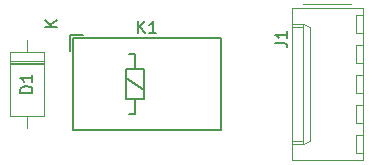
<source format=gbr>
%TF.GenerationSoftware,KiCad,Pcbnew,(6.0.6)*%
%TF.CreationDate,2022-08-11T14:40:49-05:00*%
%TF.ProjectId,RelayHK4100F,52656c61-7948-44b3-9431-3030462e6b69,rev?*%
%TF.SameCoordinates,Original*%
%TF.FileFunction,Legend,Top*%
%TF.FilePolarity,Positive*%
%FSLAX46Y46*%
G04 Gerber Fmt 4.6, Leading zero omitted, Abs format (unit mm)*
G04 Created by KiCad (PCBNEW (6.0.6)) date 2022-08-11 14:40:49*
%MOMM*%
%LPD*%
G01*
G04 APERTURE LIST*
%ADD10C,0.150000*%
%ADD11C,0.120000*%
G04 APERTURE END LIST*
D10*
%TO.C,K1*%
X123721904Y-82062580D02*
X123721904Y-81062580D01*
X124293333Y-82062580D02*
X123864761Y-81491152D01*
X124293333Y-81062580D02*
X123721904Y-81634009D01*
X125245714Y-82062580D02*
X124674285Y-82062580D01*
X124960000Y-82062580D02*
X124960000Y-81062580D01*
X124864761Y-81205438D01*
X124769523Y-81300676D01*
X124674285Y-81348295D01*
%TO.C,J1*%
X135342380Y-82883333D02*
X136056666Y-82883333D01*
X136199523Y-82930952D01*
X136294761Y-83026190D01*
X136342380Y-83169047D01*
X136342380Y-83264285D01*
X136342380Y-81883333D02*
X136342380Y-82454761D01*
X136342380Y-82169047D02*
X135342380Y-82169047D01*
X135485238Y-82264285D01*
X135580476Y-82359523D01*
X135628095Y-82454761D01*
%TO.C,D1*%
X114752380Y-87098095D02*
X113752380Y-87098095D01*
X113752380Y-86860000D01*
X113800000Y-86717142D01*
X113895238Y-86621904D01*
X113990476Y-86574285D01*
X114180952Y-86526666D01*
X114323809Y-86526666D01*
X114514285Y-86574285D01*
X114609523Y-86621904D01*
X114704761Y-86717142D01*
X114752380Y-86860000D01*
X114752380Y-87098095D01*
X114752380Y-85574285D02*
X114752380Y-86145714D01*
X114752380Y-85860000D02*
X113752380Y-85860000D01*
X113895238Y-85955238D01*
X113990476Y-86050476D01*
X114038095Y-86145714D01*
X116852380Y-81541904D02*
X115852380Y-81541904D01*
X116852380Y-80970476D02*
X116280952Y-81399047D01*
X115852380Y-80970476D02*
X116423809Y-81541904D01*
%TO.C,K1*%
X124206000Y-85090000D02*
X124206000Y-87630000D01*
X118200000Y-90270000D02*
X130720000Y-90270000D01*
X123444000Y-87630000D02*
X123444000Y-88900000D01*
X122682000Y-87630000D02*
X122682000Y-85090000D01*
X124206000Y-87630000D02*
X122682000Y-87630000D01*
X118200000Y-82450000D02*
X118200000Y-90270000D01*
X123444000Y-88900000D02*
X122936000Y-88900000D01*
X122682000Y-85852000D02*
X124206000Y-86868000D01*
X130720000Y-82450000D02*
X118200000Y-82450000D01*
X122682000Y-85090000D02*
X124206000Y-85090000D01*
X130720000Y-90270000D02*
X130720000Y-82450000D01*
X119075200Y-82194400D02*
X117932200Y-82194400D01*
X123444000Y-83820000D02*
X123444000Y-85090000D01*
X117932200Y-82194400D02*
X117932200Y-83527900D01*
X122936000Y-83820000D02*
X123444000Y-83820000D01*
D11*
%TO.C,J1*%
X142130000Y-82080000D02*
X142730000Y-82080000D01*
X142130000Y-83020000D02*
X142130000Y-84620000D01*
X142130000Y-85560000D02*
X142130000Y-87160000D01*
X137710000Y-91440000D02*
X136710000Y-91440000D01*
X141700000Y-79610000D02*
X137700000Y-79610000D01*
X137710000Y-81280000D02*
X138240000Y-81530000D01*
X136710000Y-91190000D02*
X137710000Y-91190000D01*
X136710000Y-81530000D02*
X137710000Y-81530000D01*
X142730000Y-92820000D02*
X142730000Y-79900000D01*
X142730000Y-85560000D02*
X142130000Y-85560000D01*
X142730000Y-80480000D02*
X142130000Y-80480000D01*
X142130000Y-89700000D02*
X142730000Y-89700000D01*
X142730000Y-88100000D02*
X142130000Y-88100000D01*
X142130000Y-80480000D02*
X142130000Y-82080000D01*
X142130000Y-84620000D02*
X142730000Y-84620000D01*
X142130000Y-88100000D02*
X142130000Y-89700000D01*
X142730000Y-90640000D02*
X142130000Y-90640000D01*
X142730000Y-79900000D02*
X136710000Y-79900000D01*
X142130000Y-87160000D02*
X142730000Y-87160000D01*
X142130000Y-92240000D02*
X142730000Y-92240000D01*
X142730000Y-83020000D02*
X142130000Y-83020000D01*
X138240000Y-91190000D02*
X137710000Y-91440000D01*
X142130000Y-90640000D02*
X142130000Y-92240000D01*
X136710000Y-79900000D02*
X136710000Y-92820000D01*
X136710000Y-81280000D02*
X137710000Y-81280000D01*
X137710000Y-81280000D02*
X137710000Y-91440000D01*
X136710000Y-92820000D02*
X142730000Y-92820000D01*
X138240000Y-81530000D02*
X138240000Y-91190000D01*
%TO.C,D1*%
X115770000Y-84540000D02*
X112830000Y-84540000D01*
X115770000Y-84660000D02*
X112830000Y-84660000D01*
X112830000Y-83640000D02*
X112830000Y-89080000D01*
X114300000Y-90100000D02*
X114300000Y-89080000D01*
X115770000Y-83640000D02*
X112830000Y-83640000D01*
X115770000Y-84420000D02*
X112830000Y-84420000D01*
X112830000Y-89080000D02*
X115770000Y-89080000D01*
X114300000Y-82620000D02*
X114300000Y-83640000D01*
X115770000Y-89080000D02*
X115770000Y-83640000D01*
%TD*%
M02*

</source>
